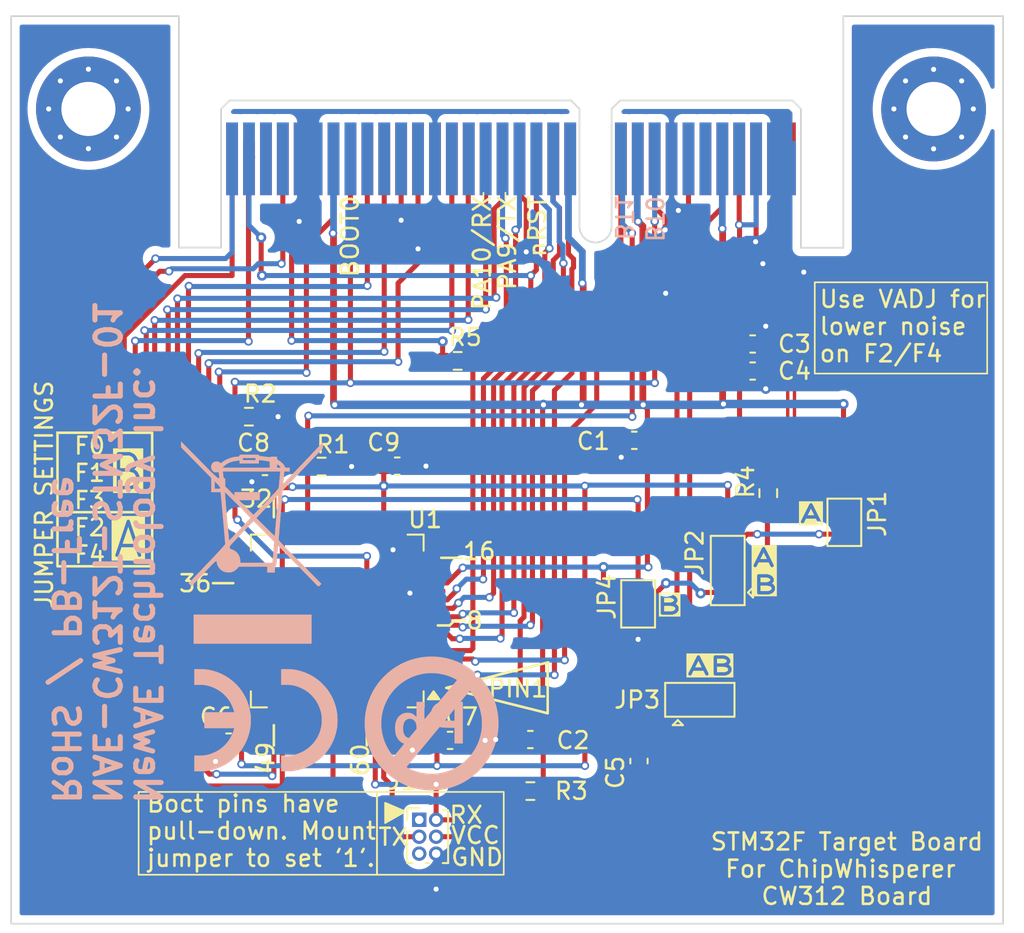
<source format=kicad_pcb>
(kicad_pcb (version 20240108) (generator "pcbnew") (generator_version "8.0")
  (layers (0 "F.Cu" signal) (31 "B.Cu" signal) (34 "B.Paste" user) (35 "F.Paste" user) (36 "B.SilkS" user "B.Silkscreen") (37 "F.SilkS" user "F.Silkscreen") (38 "B.Mask" user) (39 "F.Mask" user) (44 "Edge.Cuts" user))
  (net 0 "")
  (net 1 "VCC")
  (net 2 "GND")
  (net 3 "/FILT_HP")
  (net 4 "Net-(U1B-VDD_1)")
  (net 6 "/CAN RX")
  (net 7 "/CAN TX")
  (net 9 "Net-(U1A-VSS_1)")
  (net 10 "Net-(P1-SHUNTL)")
  (net 11 "Net-(P1-VCC1.2)")
  (net 12 "Net-(P1-FILTIN)")
  (net 13 "/PC3")
  (net 14 "/TX")
  (net 16 "/TDI")
  (net 17 "/BOOT1")
  (net 19 "/PC1")
  (net 20 "/LED2")
  (net 22 "/TCK")
  (net 23 "/nRST")
  (net 24 "/LED3")
  (net 28 "/BOOT0")
  (net 29 "/GPIO3")
  (net 30 "/TRST")
  (net 32 "/CS")
  (net 34 "/PC0")
  (net 36 "/PC2")
  (net 38 "/MISO")
  (net 39 "/LED1")
  (net 40 "/SCK")
  (net 41 "/TMS")
  (net 42 "/MOSI")
  (net 46 "/TDO")
  (net 48 "Net-(P1-CLKOUT)")
  (net 51 "/GPIO4")
  (net 53 "/RX")
  (net 54 "/CLKI")
  (net 75 "/TD0")
  (footprint "Resistor_SMD:R_0603_1608Metric" (layer "F.Cu") (at 125.325 79.25)
    (property "Reference" "R2")
    (property "Value" "10K" (hide yes))
  )
  (footprint "Capacitor_SMD:C_0603_1608Metric" (layer "F.Cu") (at 148.4 99.625 -90)
    (property "Reference" "C5")
    (property "Value" "CAP_100n_50V_0603" (hide yes))
  )
  (footprint "tutorial_2_library:CW312_Template" (layer "F.Cu") (at 115.83 61.045)
    (property "Reference" "P1" (hide yes))
    (property "Value" "PCIEx4 EDGE CONNECTOR" (hide yes))
    (fp_line (start -4.57 -5.49) (end -4.57 48.2) (stroke (width 0.1)) (layer "Edge.Cuts"))
    (fp_line (start 5.35 -5.49) (end -4.57 -5.49) (stroke (width 0.1)) (layer "Edge.Cuts"))
    (fp_line (start 5.35 8.2) (end 5.35 -5.49) (stroke (width 0.1)) (layer "Edge.Cuts"))
    (fp_line (start 7.85 0) (end 8.35 -0.5) (stroke (width 0.1)) (layer "Edge.Cuts"))
    (fp_line (start 7.85 8.2) (end 5.35 8.2) (stroke (width 0.1)) (layer "Edge.Cuts"))
    (fp_line (start 7.85 8.2) (end 7.85 0) (stroke (width 0.1)) (layer "Edge.Cuts"))
    (fp_line (start 28.55 -0.5) (end 8.35 -0.5) (stroke (width 0.1)) (layer "Edge.Cuts"))
    (fp_line (start 29.05 0) (end 28.55 -0.5) (stroke (width 0.1)) (layer "Edge.Cuts"))
    (fp_line (start 29.05 6.95) (end 29.05 0) (stroke (width 0.1)) (layer "Edge.Cuts"))
    (fp_line (start 30.95 0) (end 31.45 -0.5) (stroke (width 0.1)) (layer "Edge.Cuts"))
    (fp_line (start 30.95 6.95) (end 30.95 0) (stroke (width 0.1)) (layer "Edge.Cuts"))
    (fp_line (start 41.65 -0.5) (end 31.45 -0.5) (stroke (width 0.1)) (layer "Edge.Cuts"))
    (fp_line (start 42.15 0) (end 41.65 -0.5) (stroke (width 0.1)) (layer "Edge.Cuts"))
    (fp_line (start 42.15 8.21) (end 42.15 0) (stroke (width 0.1)) (layer "Edge.Cuts"))
    (fp_line (start 42.15 8.21) (end 44.66 8.21) (stroke (width 0.1)) (layer "Edge.Cuts"))
    (fp_line (start 44.66 -5.49) (end 54.11 -5.49) (stroke (width 0.1)) (layer "Edge.Cuts"))
    (fp_line (start 44.66 8.21) (end 44.66 -5.49) (stroke (width 0.1)) (layer "Edge.Cuts"))
    (fp_line (start 54.11 -5.49) (end 54.11 48.2) (stroke (width 0.1)) (layer "Edge.Cuts"))
    (fp_line (start 54.11 48.2) (end -4.57 48.2) (stroke (width 0.1)) (layer "Edge.Cuts"))
    (fp_arc (start 30.95 6.95) (mid 30 7.9) (end 29.05 6.95) (stroke (width 0.1)) (layer "Edge.Cuts"))
  )
  (footprint "Resistor_SMD:R_0603_1608Metric" (layer "F.Cu") (at 156.05 83.775 90)
    (property "Reference" "R4")
    (property "Value" "22R_0603" (hide yes))
  )
  (footprint "Jumper:SolderJumper-2_P1.3mm_Open_Pad1.0x1.5mm" (layer "F.Cu") (at 160.55 85.5 90)
    (property "Reference" "JP1")
    (property "Value" "~")
  )
  (footprint "Package_QFP:TQFP-64_10x10mm_P0.5mm" (layer "F.Cu") (at 130.55 91.3375 180)
    (property "Reference" "U1")
    (property "Value" "STM32F100RBT6B" (hide yes))
  )
  (footprint "Jumper:SolderJumper-2_P1.3mm_Open_Pad1.0x1.5mm" (layer "F.Cu") (at 148.35 90.325 90)
    (property "Reference" "JP4")
    (property "Value" "~")
  )
  (footprint "Capacitor_SMD:C_0603_1608Metric" (layer "F.Cu") (at 155.125 74.95)
    (property "Reference" "C3")
    (property "Value" "CAP_2u2_16V_0603" (hide yes))
  )
  (footprint "Capacitor_SMD:C_0603_1608Metric" (layer "F.Cu") (at 141.975 98.35 180)
    (property "Reference" "C2")
    (property "Value" "CAP_100n_50V_0603" (hide yes))
  )
  (footprint "Silkscrren_Symbols:Pb_Free_8.0x8.0mm_SilkScreen" (layer "F.Cu") (at 135.4 97.4)
    (property "Reference" "PCB3" (hide yes))
    (property "Value" "Pb_Free" (hide yes))
  )
  (footprint "Resistor_SMD:R_0603_1608Metric" (layer "F.Cu") (at 141.975 101.4)
    (property "Reference" "R3")
    (property "Value" "10K" (hide yes))
  )
  (footprint "Capacitor_SMD:C_0603_1608Metric" (layer "F.Cu") (at 155.125 76.55)
    (property "Reference" "C4")
    (property "Value" "CAP_100n_50V_0603" (hide yes))
  )
  (footprint "Silkscrren_Symbols:CE-Logo_8.5x6mm_SilkScreen" (layer "F.Cu") (at 126.332909 97.200791)
    (property "Reference" "PCB1" (hide yes))
    (property "Value" "CE" (hide yes))
  )
  (footprint "Capacitor_SMD:C_0603_1608Metric" (layer "F.Cu") (at 148.125 80.65 180)
    (property "Reference" "C1")
    (property "Value" "CAP_100n_50V_0603" (hide yes))
  )
  (footprint "Resistor_SMD:R_0603_1608Metric" (layer "F.Cu") (at 137.675 75.95)
    (property "Reference" "R5")
    (property "Value" "51R_0603" (hide yes))
  )
  (footprint "Jumper:SolderJumper-3_P1.3mm_Bridged2Bar12_Pad1.0x1.5mm" (layer "F.Cu") (at 153.65 88.35 90)
    (property "Reference" "JP2")
    (property "Value" "~")
  )
  (footprint "Capacitor_SMD:C_0603_1608Metric" (layer "F.Cu") (at 126.275 82.2 180)
    (property "Reference" "C8")
    (property "Value" "CAP_100n_50V_0603" (hide yes))
  )
  (footprint "Resistor_SMD:R_0603_1608Metric" (layer "F.Cu") (at 129.625 82.2)
    (property "Reference" "R1")
    (property "Value" "10K" (hide yes))
  )
  (footprint "Connector_PinHeader_1.00mm:PinHeader_2x03_P1.00mm_Vertical" (layer "F.Cu") (at 135.4 103.1)
    (property "Reference" "J1")
    (property "Value" "HDR_6_2.54" (hide yes))
  )
  (footprint "Capacitor_SMD:C_0603_1608Metric" (layer "F.Cu") (at 137.225 98.4)
    (property "Reference" "C7")
    (property "Value" "CAP_100n_50V_0603" (hide yes))
  )
  (footprint "Capacitor_SMD:C_0603_1608Metric" (layer "F.Cu") (at 124.125 98.5 180)
    (property "Reference" "C6")
    (property "Value" "CAP_100n_50V_0603" (hide yes))
  )
  (footprint "Capacitor_SMD:C_0603_1608Metric" (layer "F.Cu") (at 134.1 82.175)
    (property "Reference" "C9")
    (property "Value" "CAP_100n_50V_0603" (hide yes))
  )
  (footprint "Silkscrren_Symbols:WEEE-Logo_8.4x12mm_SilkScreen" (layer "F.Cu") (at 124.232909 86.700791)
    (property "Reference" "PCB2" (hide yes))
    (property "Value" "WEEE" (hide yes))
  )
  (footprint "Jumper:SolderJumper-3_P1.3mm_Bridged2Bar12_Pad1.0x1.5mm" (layer "F.Cu") (at 152 96)
    (property "Reference" "JP3")
    (property "Value" "~" (hide yes))
  )
  (gr_line (start 125.6 63.9) (end 125.2 64.3) (stroke (width 0.2)) (layer "B.Cu") (net 23))
  (gr_line (start 137.5 91.3) (end 138.1 91.3) (stroke (width 0.153)) (layer "F.SilkS"))
  (gr_line (start 126.8 83.999999) (end 126.8 85.200001) (stroke (width 0.153)) (layer "F.SilkS"))
  (gr_rect (start 114 80.2) (end 119.6 88.1) (stroke (width 0.153)) (fill none) (layer "F.SilkS"))
  (gr_line (start 136.5 91.6) (end 137.2 91.6) (stroke (width 0.153)) (layer "F.SilkS"))
  (gr_line (start 136.7 87.6) (end 137.9 87.6) (stroke (width 0.153)) (layer "F.SilkS"))
  (gr_poly (pts (xy 143 96.8) (xy 143 93.795673) (xy 143.033146 93.784599) (xy 137 95.292885) (xy 142.552941 96.681121)) (stroke (width 0.153)) (fill none) (layer "F.SilkS"))
  (gr_line (start 132.3 98.7) (end 132.3 97.5) (stroke (width 0.153)) (layer "F.SilkS"))
  (gr_line (start 123.2 89.1) (end 124.4 89.1) (stroke (width 0.153)) (layer "F.SilkS"))
  (gr_line (start 114 84.9) (end 119.6 84.9) (stroke (width 0.153)) (layer "F.SilkS"))
  (gr_line (start 140.5 66) (end 140.5 66.4) (stroke (width 0.1)) (layer "F.SilkS"))
  (gr_rect (start 158.8 71.3) (end 169 76.7) (stroke (width 0.1)) (fill none) (layer "F.SilkS"))
  (gr_line (start 139.2 66) (end 139.2 66.4) (stroke (width 0.1)) (layer "F.SilkS"))
  (gr_line (start 137.2 91.6) (end 137.48786 91.31214) (stroke (width 0.153)) (layer "F.SilkS"))
  (gr_rect (start 118.8 101.45) (end 132.9 106.35) (stroke (width 0.1)) (fill none) (layer "F.SilkS"))
  (gr_rect (start 132.9 101.45) (end 140.4 106.35) (stroke (width 0.1)) (fill none) (layer "F.SilkS"))
  (gr_poly (pts (xy 134.582758 102.606897) (xy 133.382759 103.292611) (xy 133.382759 102.092611)) (stroke (width 0.1)) (fill solid) (layer "F.SilkS"))
  (gr_line (start 126.8 98.7) (end 126.8 97.5) (stroke (width 0.153)) (layer "F.SilkS"))
  (gr_text "BT0\n\n\n" (at 145.5 66.1 270) (layer "B.SilkS") (effects (font (size 1 1) (thickness 0.153)) (justify right bottom mirror)))
  (gr_text "NewAE Technology Inc.\nNAE-CW312T-STM32F-01\nRoHS / PB-Free" (at 113.6 102.3 270) (layer "B.SilkS") (effects (font (size 1.5 1.5) (thickness 0.3) (bold yes)) (justify left bottom mirror)))
  (gr_text "BT1\n\n\n" (at 143.7 66 270) (layer "B.SilkS") (effects (font (size 1 1) (thickness 0.153)) (justify right bottom mirror)))
  (gr_text "VCC\n" (at 137.2 104.6 0) (layer "F.SilkS") (effects (font (size 1 1) (thickness 0.153)) (justify left bottom)))
  (gr_text "36" (at 121.1 89.7 0) (layer "F.SilkS") (effects (font (size 1 1) (thickness 0.153)) (justify left bottom)))
  (gr_text "BOOT0\n\n" (at 133.5 71.090476 90) (layer "F.SilkS") (effects (font (size 1 1) (thickness 0.153)) (justify left bottom)))
  (gr_text "JUMPER SETTINGS\n" (at 113.8 90.7 90) (layer "F.SilkS") (effects (font (size 1 1) (thickness 0.153)) (justify left bottom)))
  (gr_text "32" (at 124.7 84.7 0) (layer "F.SilkS") (effects (font (size 1 1) (thickness 0.153)) (justify left bottom)))
  (gr_text "nRST\n\n\n" (at 146.2 69.9 90) (layer "F.SilkS") (effects (font (size 1 1) (thickness 0.153)) (justify left bottom)))
  (gr_text "B" (at 117 83.7 0) (layer "F.SilkS" knockout) (effects (font (size 2 2) (thickness 0.2) (bold yes)) (justify left bottom)))
  (gr_text "F0\nF1\nF3\nF2\nF4" (at 114.9 88 0) (layer "F.SilkS") (effects (font (size 1 1) (thickness 0.153)) (justify left bottom)))
  (gr_text "49" (at 126.9 100.5 90) (layer "F.SilkS") (effects (font (size 1 1) (thickness 0.153)) (justify left bottom)))
  (gr_text "60" (at 132.5 100.6 90) (layer "F.SilkS") (effects (font (size 1 1) (thickness 0.153)) (justify left bottom)))
  (gr_text "PIN1\n" (at 139.400001 95.925842 0) (layer "F.SilkS") (effects (font (size 1 1) (thickness 0.153)) (justify left bottom)))
  (gr_text "TX\n" (at 132.9 104.7 0) (layer "F.SilkS") (effects (font (size 1 1) (thickness 0.153)) (justify left bottom)))
  (gr_text "B\n" (at 149.3 91 0) (layer "F.SilkS" knockout) (effects (font (size 1 1.5) (thickness 0.2)) (justify left bottom)))
  (gr_text " AB \n" (at 150 94.6 0) (layer "F.SilkS" knockout) (effects (font (size 1 1.5) (thickness 0.2)) (justify left bottom)))
  (gr_text "8" (at 138.1 91.9 0) (layer "F.SilkS") (effects (font (size 1 1) (thickness 0.153)) (justify left bottom)))
  (gr_text "GND\n" (at 137.2 105.9 0) (layer "F.SilkS") (effects (font (size 1 1) (thickness 0.153)) (justify left bottom)))
  (gr_text "PA10/RX\n" (at 139.7 73.042857 90) (layer "F.SilkS") (effects (font (size 1 1) (thickness 0.153)) (justify left bottom)))
  (gr_text "Boct pins have \npull-down. Mount \njumper to set '1'." (at 119.2 105.95 0) (layer "F.SilkS") (effects (font (size 1 1) (thickness 0.153)) (justify left bottom)))
  (gr_text "STM32F Target Board\nFor ChipWhisperer \nCW312 Board\n" (at 160.7 108.2 0) (layer "F.SilkS") (effects (font (size 1 1) (thickness 0.153)) (justify bottom)))
  (gr_text "A\nB\n" (at 155 89.8 0) (layer "F.SilkS" knockout) (effects (font (size 1 1.5) (thickness 0.2)) (justify left bottom)))
  (gr_text "PA9/TX\n" (at 141.2 71.852381 90) (layer "F.SilkS") (effects (font (size 1 1) (thickness 0.153)) (justify left bottom)))
  (gr_text "Use VADJ for \nlower noise \non F2/F4" (at 159 76.1 0) (layer "F.SilkS") (effects (font (size 1 1) (thickness 0.153)) (justify left bottom)))
  (gr_text "16" (at 137.9 87.8 0) (layer "F.SilkS") (effects (font (size 1 1) (thickness 0.153)) (justify left bottom)))
  (gr_text "A" (at 157.8 85.6 0) (layer "F.SilkS" knockout) (effects (font (size 1 1.5) (thickness 0.2)) (justify left bottom)))
  (gr_text "A" (at 117.2 87.7 0) (layer "F.SilkS" knockout) (effects (font (size 2 2) (thickness 0.2)) (justify left bottom)))
  (gr_text "RX" (at 137.1 103.4 0) (layer "F.SilkS") (effects (font (size 1 1) (thickness 0.153)) (justify left bottom)))
  (segment (start 142.7 98.4) (end 142.75 98.35) (width 0.3) (layer "F.Cu") (net 1))
  (segment (start 145 78.55) (end 145.1 78.45) (width 0.4) (layer "F.Cu") (net 1))
  (segment (start 153.35 68.15) (end 153.33 68.13) (width 0.4) (layer "F.Cu") (net 1))
  (segment (start 145.1 78.45) (end 145.1 71.4) (width 0.4) (layer "F.Cu") (net 1))
  (segment (start 137.973733 88.193032) (end 137.947588 88.193032) (width 0.3) (layer "F.Cu") (net 1))
  (segment (start 137.05312 89.0875) (end 136.2125 89.0875) (width 0.3) (layer "F.Cu") (net 1))
  (segment (start 137.947588 88.193032) (end 137.05312 89.0875) (width 0.3) (layer "F.Cu") (net 1))
  (segment (start 146.3 88.15) (end 146.3 98.85) (width 0.3) (layer "F.Cu") (net 1))
  (segment (start 146.3 98.85) (end 148.4 98.85) (width 0.3) (layer "F.Cu") (net 1))
  (segment (start 148.9 88.1) (end 148.9 80.65) (width 0.3) (layer "F.Cu") (net 1))
  (segment (start 148.4 98.85) (end 153.3 98.85) (width 0.3) (layer "F.Cu") (net 1))
  (segment (start 142.7 78.6) (end 142.7 98.3) (width 0.3) (layer "F.Cu") (net 1))
  (segment (start 142.8 98.3) (end 142.75 98.35) (width 0.3) (layer "F.Cu") (net 1))
  (segment (start 148.63 78.53) (end 148.63 67.98) (width 0.4) (layer "F.Cu") (net 1))
  (segment (start 148.63 67.98) (end 148.35 67.7) (width 0.4) (layer "F.Cu") (net 1))
  (segment (start 130.4 78.55) (end 130.33 78.48) (width 0.4) (layer "F.Cu") (net 1))
  (segment (start 160.5 78.5) (end 160.5 84.8) (width 0.3) (layer "F.Cu") (net 1))
  (segment (start 142.75 78.55) (end 142.7 78.6) (width 0.3) (layer "F.Cu") (net 1))
  (segment (start 153.35 78.45) (end 153.35 68.15) (width 0.4) (layer "F.Cu") (net 1))
  (segment (start 145.1 71.4) (end 145.05 71.35) (width 0.4) (layer "F.Cu") (net 1))
  (segment (start 130.3 68.4) (end 130.33 68.43) (width 0.3) (layer "F.Cu") (net 1))
  (segment (start 153.4 78.5) (end 153.35 78.45) (width 0.4) (layer "F.Cu") (net 1))
  (segment (start 153.3 98.85) (end 153.3 96) (width 0.3) (layer "F.Cu") (net 1))
  (segment (start 148.65 78.55) (end 148.9 78.8) (width 0.3) (layer "F.Cu") (net 1))
  (segment (start 148.9 78.8) (end 148.9 80.65) (width 0.3) (layer "F.Cu") (net 1))
  (segment (start 142.7 98.3) (end 142.75 98.35) (width 0.3) (layer "F.Cu") (net 1))
  (segment (start 142.8 104.1) (end 142.8 101.4) (width 0.3) (layer "F.Cu") (net 1))
  (segment (start 136.4 104.1) (end 142.8 104.1) (width 0.3) (layer "F.Cu") (net 1))
  (segment (start 160.5 84.8) (end 160.55 84.85) (width 0.3) (layer "F.Cu") (net 1))
  (segment (start 142.7375 101.3375) (end 142.8 101.4) (width 0.3) (layer "F.Cu") (net 1))
  (segment (start 142.7375 98.15) (end 142.7375 101.3375) (width 0.3) (layer "F.Cu") (net 1))
  (segment (start 148.65 78.55) (end 148.63 78.53) (width 0.4) (layer "F.Cu") (net 1))
  (segment (start 130.33 78.48) (end 130.33 68.43) (width 0.4) (layer "F.Cu") (net 1))
  (segment (start 148.95 88.15) (end 148.9 88.1) (width 0.3) (layer "F.Cu") (net 1))
  (via (at 130.4 78.55) (size 0.5) (drill 0.3) (layers "F.Cu" "B.Cu") (net 1))
  (via (at 145 78.55) (size 0.5) (drill 0.3) (layers "F.Cu" "B.Cu") (net 1))
  (via (at 137.973733 88.193032) (size 0.5) (drill 0.3) (layers "F.Cu" "B.Cu") (net 1))
  (via (at 130.3 68.4) (size 0.5) (drill 0.3) (layers "F.Cu" "B.Cu") (net 1))
  (via (at 146.3 88.15) (size 0.6) (drill 0.3) (layers "F.Cu" "B.Cu") (net 1))
  (via (at 145.05 71.35) (size 0.5) (drill 0.3) (layers "F.Cu" "B.Cu") (net 1))
  (via (at 148.65 78.55) (size 0.5) (drill 0.3) (layers "F.Cu" "B.Cu") (net 1))
  (via (at 148.35 67.7) (size 0.5) (drill 0.3) (layers "F.Cu" "B.Cu") (net 1))
  (via (at 153.33 68.13) (size 0.5) (drill 0.3) (layers "F.Cu" "B.Cu") (net 1))
  (via (at 160.5 78.5) (size 0.6) (drill 0.3) (layers "F.Cu" "B.Cu") (net 1))
  (via (at 148.95 88.15) (size 0.5) (drill 0.3) (layers "F.Cu" "B.Cu") (net 1))
  (via (at 153.4 78.5) (size 0.5) (drill 0.3) (layers "F.Cu" "B.Cu") (net 1))
  (via (at 142.75 78.55) (size 0.6) (drill 0.3) (layers "F.Cu" "B.Cu") (net 1))
  (segment (start 138.016765 88.15) (end 137.973733 88.193032) (width 0.3) (layer "B.Cu") (net 1))
  (segment (start 148.3 67.65) (end 148.35 67.7) (width 0.4) (layer "B.Cu") (net 1))
  (segment (start 130.33 63.995) (end 130.33 68.37) (width 0.4) (layer "B.Cu") (net 1))
  (segment (start 142.75 78.55) (end 130.4 78.55) (width 0.5) (layer "B.Cu") (net 1))
  (segment (start 148.3 64.065) (end 148.3 67.65) (width 0.4) (layer "B.Cu") (net 1))
  (segment (start 148.33 63.995) (end 148.35 64.015) (width 0.3) (layer "B.Cu") (net 1))
  (segment (start 148.35 64.015) (end 148.3 64.065) (width 0.4) (layer "B.Cu") (net 1))
  (segment (start 160.5 78.5) (end 153.4 78.5) (width 0.5) (layer "B.Cu") (net 1))
  (segment (start 153.35 78.55) (end 142.75 78.55) (width 0.5) (layer "B.Cu") (net 1))
  (segment (start 144.23 68.670493) (end 144.23 63.995) (width 0.4) (layer "B.Cu") (net 1))
  (segment (start 153.33 63.995) (end 153.33 68.13) (width 0.4) (layer "B.Cu") (net 1))
  (segment (start 130.33 68.37) (end 130.3 68.4) (width 0.3) (layer "B.Cu") (net 1))
  (segment (start 146.3 88.15) (end 138.016765 88.15) (width 0.3) (layer "B.Cu") (net 1))
  (segment (start 148.95 88.15) (end 146.3 88.15) (width 0.3) (layer "B.Cu") (net 1))
  (segment (start 145.05 71.35) (end 145.05 69.490493) (width 0.4) (layer "B.Cu") (net 1))
  (segment (start 145.05 69.490493) (end 144.23 68.670493) (width 0.4) (layer "B.Cu") (net 1))
  (segment (start 153.4 78.5) (end 153.35 78.55) (width 0.5) (layer "B.Cu") (net 1))
  (segment (start 135.33 69.32147) (end 135.33 63.995) (width 0.3) (layer "F.Cu") (net 2))
  (segment (start 147.35 80.65) (end 147.35 81.65) (width 0.2) (layer "F.Cu") (net 2))
  (segment (start 149.95 67.47147) (end 149.33 66.85147) (width 0.3) (layer "F.Cu") (net 2))
  (segment (start 141.33 66.125) (end 141.33 63.995) (width 0.3) (layer "F.Cu") (net 2))
  (segment (start 155.33 63.995) (end 155.33 68.87) (width 0.3) (layer "F.Cu") (net 2))
  (segment (start 134.3 98.919365) (end 133.8 98.419365) (width 0.3) (layer "F.Cu") (net 2))
  (segment (start 149.33 66.85147) (end 149.33 63.995) (width 0.3) (layer "F.Cu") (net 2))
  (segment (start 134.95 89.5875) (end 134.85 89.6875) (width 0.3) (layer "F.Cu") (net 2))
  (segment (start 155.9 76.55) (end 155.9 77.6) (width 0.3) (layer "F.Cu") (net 2))
  (segment (start 141.73 66.525) (end 141.33 66.125) (width 0.3) (layer "F.Cu") (net 2))
  (segment (start 133.8 98.419365) (end 133.8 97) (width 0.3) (layer "F.Cu") (net 2))
  (segment (start 133.8 85.675) (end 133.8 87.075) (width 0.3) (layer "F.Cu") (net 2))
  (segment (start 141.2 98.35) (end 139.925 98.35) (width 0.3) (layer "F.Cu") (net 2))
  (segment (start 141.73 69.5) (end 141.73 66.525) (width 0.3) (layer "F.Cu") (net 2))
  (segment (start 133.8 87.075) (end 133.85 87.125) (width 0.3) (layer "F.Cu") (net 2))
  (segment (start 149.95 71.919999) (end 149.95 68.2) (width 0.3) (layer "F.Cu") (net 2))
  (segment (start 135 98.975) (end 134.944365 98.919365) (width 0.3) (layer "F.Cu") (net 2))
  (segment (start 148.35 90.975) (end 148.35 92.425) (width 0.3) (layer "F.Cu") (net 2))
  (segment (start 126.15 79.25) (end 127.05 79.25) (width 0.2) (layer "F.Cu") (net 2))
  (segment (start 155.9 74.95) (end 155.9 73.9) (width 0.3) (layer "F.Cu") (net 2))
  (segment (start 130.45 82.2) (end 131.4 82.2) (width 0.3) (layer "F.Cu") (net 2))
  (segment (start 149.980001 71.95) (end 149.95 71.919999) (width 0.3) (layer "F.Cu") (net 2))
  (segment (start 136.4 106.5) (end 136.4 107.2) (width 0.3) (layer "F.Cu") (net 2))
  (segment (start 123.35 98.5) (end 123.35 99.65) (width 0.2) (layer "F.Cu") (net 2))
  (segment (start 155.33 68.87) (end 155.3 68.9) (width 0.2) (layer "F.Cu") (net 2))
  (segment (start 138 98.4) (end 139.3 98.4) (width 0.3) (layer "F.Cu") (net 2))
  (segment (start 149.95 68.2) (end 149.95 67.47147) (width 0.3) (layer "F.Cu") (net 2))
  (segment (start 134.875 82.175) (end 135.8 82.175) (width 0.3) (layer "F.Cu") (net 2))
  (segment (start 134.33 67.63) (end 134.33 63.995) (width 0.3) (layer "F.Cu") (net 2))
  (segment (start 134.944365 98.919365) (end 134.3 98.919365) (width 0.3) (layer "F.Cu") (net 2))
  (segment (start 136.4 105.1) (end 136.4 106.5) (width 0.3) (layer "F.Cu") (net 2))
  (segment (start 125.5 82.2) (end 125.5 83.1) (width 0.3) (layer "F.Cu") (net 2))
  (segment (start 136.2125 89.5875) (end 134.95 89.5875) (width 0.3) (layer "F.Cu") (net 2))
  (via (at 125.5 83.1) (size 0.5) (drill 0.3) (layers "F.Cu" "B.Cu") (net 2))
  (via (at 155.3 68.9) (size 0.5) (drill 0.3) (layers "F.Cu" "B.Cu") (net 2))
  (via (at 134.85 89.6875) (size 0.5) (drill 0.3) (layers "F.Cu" "B.Cu") (net 2))
  (via (at 147.35 81.65) (size 0.6) (drill 0.3) (layers "F.Cu" "B.Cu") (net 2))
  (via (at 155.9 73.9) (size 0.6) (drill 0.3) (layers "F.Cu" "B.Cu") (net 2))
  (via (at 135 98.975) (size 0.5) (drill 0.3) (layers "F.Cu" "B.Cu") (net 2))
  (via (at 135.8 82.175) (size 0.5) (drill 0.3) (layers "F.Cu" "B.Cu") (net 2))
  (via (at 135.33 69.32147) (size 0.5) (drill 0.3) (layers "F.Cu" "B.Cu") (net 2))
  (via (at 155.9 77.6) (size 0.6) (drill 0.3) (layers "F.Cu" "B.Cu") (net 2))
  (via (at 139.3 98.4) (size 0.5) (drill 0.3) (layers "F.Cu" "B.Cu") (net 2))
  (via (at 128.3 67.7) (size 0.5) (drill 0.3) (layers "F.Cu" "B.Cu") (net 2))
  (via (at 141.73 69.5) (size 0.5) (drill 0.3) (layers "F.Cu" "B.Cu") (net 2))
  (via (at 150.73 67.05) (size 0.5) (drill 0.3) (layers "F.Cu" "B.Cu") (net 2))
  (via (at 127.05 79.25) (size 0.5) (drill 0.3) (layers "F.Cu" "B.Cu") (net 2))
  (via (at 149.95 68.2) (size 0.5) (drill 0.3) (layers "F.Cu" "B.Cu") (net 2))
  (via (at 149.980001 71.95) (size 0.6) (drill 0.3) (layers "F.Cu" "B.Cu") (net 2))
  (via (at 139.925 98.35) (size 0.5) (drill 0.3) (layers "F.Cu" "B.Cu") (net 2))
  (via (at 136.4 107.2) (size 0.5) (drill 0.3) (layers "F.Cu" "B.Cu") (net 2))
  (via (at 131.4 82.2) (size 0.6) (drill 0.3) (layers "F.Cu" "B.Cu") (net 2))
  (via (at 133.85 87.125) (size 0.5) (drill 0.3) (layers "F.Cu" "B.Cu") (net 2))
  (via (at 148.35 92.425) (size 0.6) (drill 0.3) (layers "F.Cu" "B.Cu") (net 2))
  (via (at 155.73 70.2) (size 0.5) (drill 0.3) (layers "F.Cu" "B.Cu") (net 2))
  (via (at 134.33 67.63) (size 0.5) (drill 0.3) (layers "F.Cu" "B.Cu") (net 2))
  (via (at 123.35 99.65) (size 0.6) (drill 0.3) (layers "F.Cu" "B.Cu") (net 2))
  (via (at 158.15 70.7) (size 0.5) (drill 0.3) (layers "F.Cu" "B.Cu") (net 2))
  (segment (start 158.1 70.7) (end 157.33 69.93) (width 0.2) (layer "B.Cu") (net 2))
  (segment (start 129.4 64.065) (end 129.33 63.995) (width 0.3) (layer "B.Cu") (net 2))
  (segment (start 144.561473 71.95) (end 149.980001 71.95) (width 0.3) (layer "B.Cu") (net 2))
  (segment (start 128.33 67.67) (end 128.33 63.995) (width 0.3) (layer "B.Cu") (net 2))
  (segment (start 155.73 70.2) (end 156.33 69.6) (width 0.3) (layer "B.Cu") (net 2))
  (segment (start 141.73 69.5) (end 142.111473 69.5) (width 0.3) (layer "B.Cu") (net 2))
  (segment (start 156.33 69.6) (end 156.33 63.995) (width 0.3) (layer "B.Cu") (net 2))
  (segment (start 150.73 67.05) (end 150.33 66.65) (width 0.3) (layer "B.Cu") (net 2))
  (segment (start 135.33 67.52) (end 136.33 66.52) (width 0.3) (layer "B.Cu") (net 2))
  (segment (start 150.33 66.65) (end 150.33 63.995) (width 0.3) (layer "B.Cu") (net 2))
  (segment (start 135.40853 69.4) (end 141.63 69.4) (width 0.3) (layer "B.Cu") (net 2))
  (segment (start 141.63 69.4) (end 141.73 69.5) (width 0.3) (layer "B.Cu") (net 2))
  (segment (start 135.33 69.32147) (end 135.40853 69.4) (width 0.3) (layer "B.Cu") (net 2))
  (segment (start 158.15 70.7) (end 158.1 70.7) (width 0.2) (layer "B.Cu") (net 2))
  (segment (start 135.33 69.32147) (end 135.33 67.52) (width 0.3) (layer "B.Cu") (net 2))
  (segment (start 136.33 66.52) (end 136.33 63.995) (width 0.3) (layer "B.Cu") (net 2))
  (segment (start 142.111473 69.5) (end 144.561473 71.95) (width 0.3) (layer "B.Cu") (net 2))
  (segment (start 128.4 67.7) (end 129.33 66.77) (width 0.3) (layer "B.Cu") (net 2))
  (segment (start 157.33 69.93) (end 157.33 64.545) (width 0.2) (layer "B.Cu") (net 2))
  (segment (start 128.3 67.7) (end 128.4 67.7) (width 0.3) (layer "B.Cu") (net 2))
  (segment (start 129.33 66.77) (end 129.33 63.995) (width 0.3) (layer "B.Cu") (net 2))
  (segment (start 128.4 64.065) (end 128.33 63.995) (width 0.3) (layer "B.Cu") (net 2))
  (segment (start 128.3 67.7) (end 128.33 67.67) (width 0.3) (layer "B.Cu") (net 2))
  (segment (start 154.33 67.9) (end 154.33 63.995) (width 0.3) (layer "F.Cu") (net 3))
  (segment (start 156.05 83.55) (end 156.05 82.95) (width 0.2) (layer "F.Cu") (net 3))
  (segment (start 156.4 82.95) (end 156.05 82.95) (width 0.3) (layer "F.Cu") (net 3))
  (segment (start 154.33 67.92) (end 154.35 67.94) (width 0.3) (layer "F.Cu") (net 3))
  (segment (start 154.33 67.9) (end 154.33 67.92) (width 0.3) (layer "F.Cu") (net 3))
  (segment (start 156.05 81.4) (end 156.05 82.95) (width 0.3) (layer "F.Cu") (net 3))
  (segment (start 154.35 74.95) (end 154.35 76.55) (width 0.3) (layer "F.Cu") (net 3))
  (segment (start 157.2 82.6) (end 157.2 83.4) (width 0.2) (layer "F.Cu") (net 3))
  (segment (start 154.35 79.7) (end 154.35 76.55) (width 0.3) (layer "F.Cu") (net 3))
  (segment (start 157.05 83.55) (end 156.05 83.55) (width 0.2) (layer "F.Cu") (net 3))
  (segment (start 156.05 81.4) (end 154.35 79.7) (width 0.3) (layer "F.Cu") (net 3))
  (segment (start 154.35 67.94) (end 154.35 74.95) (width 0.3) (layer "F.Cu") (net 3))
  (segment (start 156.33 63.995) (end 156.33 69.83) (width 0.2) (layer "F.Cu") (net 3))
  (segment (start 156.33 69.83) (end 157.2 70.7) (width 0.2) (layer "F.Cu") (net 3))
  (segment (start 157.2 83.4) (end 157.05 83.55) (width 0.2) (layer "F.Cu") (net 3))
  (segment (start 157.2 70.7) (end 157.2 82.68) (width 0.2) (layer "F.Cu") (net 3))
  (via (at 154.33 67.9) (size 0.5) (drill 0.3) (layers "F.Cu" "B.Cu") (net 3))
  (segment (start 155.33 63.995) (end 155.33 67.9) (width 0.3) (layer "B.Cu") (net 3))
  (segment (start 155.33 67.9) (end 154.33 67.9) (width 0.3) (layer "B.Cu") (net 3))
  (segment (start 127.85 83.45) (end 127.1 83.45) (width 0.3) (layer "F.Cu") (net 4))
  (segment (start 153.65 87.05) (end 153.95 87.05) (width 0.3) (layer "F.Cu") (net 4))
  (segment (start 134.3 98.212259) (end 134.462741 98.375) (width 0.3) (layer "F.Cu") (net 4))
  (segment (start 134.462741 98.375) (end 136.35 98.375) (width 0.3) (layer "F.Cu") (net 4))
  (segment (start 124.8875 99.8) (end 124.8875 95.0875) (width 0.3) (layer "F.Cu") (net 4))
  (segment (start 127.1 83.45) (end 126.8 83.45) (width 0.3) (layer "F.Cu") (net 4))
  (segment (start 159.05 86.2) (end 160.5 86.2) (width 0.3) (layer "F.Cu") (net 4))
  (segment (start 126.8 83.45) (end 126.8 85.675) (width 0.3) (layer "F.Cu") (net 4))
  (segment (start 133.3 83.35) (end 133.3 82.2) (width 0.3) (layer "F.Cu") (net 4))
  (segment (start 145.2 83.35) (end 145.2 99.9) (width 0.3) (layer "F.Cu") (net 4))
  (segment (start 127.05 83.4) (end 127.1 83.45) (width 0.2) (layer "F.Cu") (net 4))
  (segment (start 136.45 99.9) (end 136.45 98.4) (width 0.3) (layer "F.Cu") (net 4))
  (segment (start 133.3 83.35) (end 133.3 85.625) (width 0.3) (layer "F.Cu") (net 4))
  (segment (start 153.65 86.75) (end 153.8 86.9) (width 0.3) (layer "F.Cu") (net 4))
  (segment (start 127.9 83.4) (end 127.85 83.45) (width 0.3) (layer "F.Cu") (net 4))
  (segment (start 127.05 82.2) (end 127.05 83.4) (width 0.3) (layer "F.Cu") (net 4))
  (segment (start 153.95 87.05) (end 154.8 86.2) (width 0.3) (layer "F.Cu") (net 4))
  (segment (start 134.3 97) (end 134.3 98.212259) (width 0.3) (layer "F.Cu") (net 4))
  (segment (start 154.8 86.2) (end 155.4 86.2) (width 0.3) (layer "F.Cu") (net 4))
  (segment (start 153.65 83.3) (end 153.65 86.75) (width 0.3) (layer "F.Cu") (net 4))
  (segment (start 160.5 86.2) (end 160.55 86.15) (width 0.2) (layer "F.Cu") (net 4))
  (segment (start 133.3 82.2) (end 133.325 82.175) (width 0.3) (layer "F.Cu") (net 4))
  (via (at 153.65 83.3) (size 0.5) (drill 0.3) (layers "F.Cu" "B.Cu") (net 4))
  (via (at 133.3 83.35) (size 0.6) (drill 0.3) (layers "F.Cu" "B.Cu") (net 4))
  (via (at 124.8875 99.8) (size 0.5) (drill 0.3) (layers "F.Cu" "B.Cu") (net 4))
  (via (at 127.9 83.4) (size 0.5) (drill 0.3) (layers "F.Cu" "B.Cu") (net 4))
  (via (at 155.4 86.2) (size 0.5) (drill 0.3) (layers "F.Cu" "B.Cu") (net 4))
  (via (at 145.2 99.9) (size 0.5) (drill 0.3) (layers "F.Cu" "B.Cu") (net 4))
  (via (at 136.45 99.9) (size 0.5) (drill 0.3) (layers "F.Cu" "B.Cu") (net 4))
  (via (at 159.05 86.2) (size 0.5) (drill 0.3) (layers "F.Cu" "B.Cu") (net 4))
  (via (at 145.2 83.35) (size 0.5) (drill 0.3) (layers "F.Cu" "B.Cu") (net 4))
  (segment (start 155.4 86.2) (end 159.05 86.2) (width 0.3) (layer "B.Cu") (net 4))
  (segment (start 136.45 99.9) (end 124.9875 99.9) (width 0.3) (layer "B.Cu") (net 4))
  (segment (start 153.65 83.3) (end 145.25 83.3) (width 0.3) (layer "B.Cu") (net 4))
  (segment (start 153.7 83.35) (end 153.65 83.3) (width 0.3) (layer "B.Cu") (net 4))
  (segment (start 145.2 99.9) (end 136.45 99.9) (width 0.3) (layer "B.Cu") (net 4))
  (segment (start 133.3 83.35) (end 133.25 83.4) (width 0.3) (layer "B.Cu") (net 4))
  (segment (start 124.9875 99.9) (end 124.8875 99.8) (width 0.3) (layer "B.Cu") (net 4))
  (segment (start 133.3 83.35) (end 145.2 83.35) (width 0.3) (layer "B.Cu") (net 4))
  (segment (start 133.25 83.4) (end 127.9 83.4) (width 0.3) (layer "B.Cu") (net 4))
  (segment (start 145.25 83.3) (end 145.2 83.35) (width 0.3) (layer "B.Cu") (net 4))
  (segment (start 132.8 101) (end 132.8 97) (width 0.3) (layer "F.Cu") (net 6))
  (segment (start 136.4 103.1) (end 141.15 103.1) (width 0.3) (layer "F.Cu") (net 6))
  (segment (start 141.15 103.1) (end 141.15 101.4) (width 0.3) (layer "F.Cu") (net 6))
  (segment (start 136.4 101) (end 136.4 103.1) (width 0.3) (layer "F.Cu") (net 6))
  (via (at 132.8 101) (size 0.5) (drill 0.3) (layers "F.Cu" "B.Cu") (net 6))
  (via (at 136.4 101) (size 0.5) (drill 0.3) (layers "F.Cu" "B.Cu") (net 6))
  (segment (start 132.8 101) (end 136.4 101) (width 0.3) (layer "B.Cu") (net 6))
  (segment (start 133.3 100.6) (end 133.8 101.1) (width 0.3) (layer "F.Cu") (net 7))
  (segment (start 133.8 101.1) (end 133.8 104.1) (width 0.3) (layer "F.Cu") (net 7))
  (segment (start 133.8 104.1) (end 135.4 104.1) (width 0.3) (layer "F.Cu") (net 7))
  (segment (start 133.3 97) (end 133.3 100.6) (width 0.3) (layer "F.Cu") (net 7))
  (segment (start 148.3 84.15) (end 148.35 84.2) (width 0.3) (layer "F.Cu") (net 9))
  (segment (start 153.35 89.75) (end 153.3 89.7) (width 0.3) (layer "F.Cu") (net 9))
  (segment (start 148.375 89.7) (end 148.35 89.675) (width 0.3) (layer "F.Cu") (net 9))
  (segment (start 127.3 84.3) (end 127.45 84.15) (width 0.3) (layer "F.Cu") (net 9))
  (segment (start 148.35 84.2) (end 148.35 89.475) (width 0.3) (layer "F.Cu") (net 9))
  (segment (start 150 89.1) (end 149.425 89.675) (width 0.3) (layer "F.Cu") (net 9))
  (segment (start 127.3 85.675) (end 127.3 84.3) (width 0.3) (layer "F.Cu") (net 9))
  (segment (start 152.1 89.65) (end 153.65 89.65) (width 0.3) (layer "F.Cu") (net 9))
  (segment (start 153.35 89.65) (end 153.3 89.7) (width 0.3) (layer "F.Cu") (net 9))
  (segment (start 127.3 94.5875) (end 124.8875 94.5875) (width 0.3) (layer "F.Cu") (net 9))
  (segment (start 127.3 85.675) (end 127.3 94.5875) (width 0.3) (layer "F.Cu") (net 9))
  (segment (start 152.05 89.7) (end 152.1 89.65) (width 0.3) (layer "F.Cu") (net 9))
  (segment (start 149.425 89.675) (end 148.35 89.675) (width 0.3) (layer "F.Cu") (net 9))
  (via (at 127.45 84.15) (size 0.5) (drill 0.3) (layers "F.Cu" "B.Cu") (net 9))
  (via (at 150 89.1) (size 0.6) (drill 0.3) (layers "F.Cu" "B.Cu") (net 9))
  (via (at 148.3 84.15) (size 0.5) (drill 0.3) (layers "F.Cu" "B.Cu") (net 9))
  (via (at 152.05 89.7) (size 0.6) (drill 0.3) (layers "F.Cu" "B.Cu") (net 9))
  (segment (start 152.05 89.7) (end 151.45 89.1) (width 0.3) (layer "B.Cu") (net 9))
  (segment (start 148.3 84.15) (end 127.45 84.15) (width 0.3) (layer "B.Cu") (net 9))
  (segment (start 151.45 89.1) (end 150 89.1) (width 0.3) (layer "B.Cu") (net 9))
  (segment (start 156 88.3) (end 156 84.65) (width 0.3) (layer "F.Cu") (net 10))
  (segment (start 157.33 63.995) (end 157.33 69.914314) (width 0.2) (layer "F.Cu") (net 10))
  (segment (start 156.05 83.95) (end 156.05 84.6) (width 0.2) (layer "F.Cu") (net 10))
  (segment (start 157.215686 83.95) (end 156.05 83.95) (width 0.2) (layer "F.Cu") (net 10))
  (segment (start 153.65 88.35) (end 155.95 88.35) (width 0.3) (layer "F.Cu") (net 10))
  (segment (start 155.95 88.35) (end 156 88.3) (width 0.3) (layer "F.Cu") (net 10))
  (segment (start 157.6 83.565686) (end 157.215686 83.95) (width 0.2) (layer "F.Cu") (net 10))
  (segment (start 156 84.65) (end 156.05 84.6) (width 0.3) (layer "F.Cu") (net 10))
  (segment (start 157.33 69.914314) (end 157.6 70.184314) (width 0.2) (layer "F.Cu") (net 10))
  (segment (start 157.6 70.184314) (end 157.6 83.565686) (width 0.2) (layer "F.Cu") (net 10))
  (segment (start 151.33 67.97) (end 151.33 63.995) (width 0.3) (layer "F.Cu") (net 11))
  (segment (start 150.65 68.65) (end 151.33 67.97) (width 0.3) (layer "F.Cu") (net 11))
  (segment (start 150.65 95.75) (end 150.65 68.65) (width 0.3) (layer "F.Cu") (net 11))
  (segment (start 153.33 63.995) (end 153.33 66.87) (width 0.3) (layer "F.Cu") (net 12))
  (segment (start 153.33 66.87) (end 151.4 68.8) (width 0.3) (layer "F.Cu") (net 12))
  (segment (start 151.9 94.6) (end 151.9 95.9) (width 0.3) (layer "F.Cu") (net 12))
  (segment (start 151.4 94.1) (end 151.9 94.6) (width 0.3) (layer "F.Cu") (net 12))
  (segment (start 151.4 68.8) (end 151.4 94.1) (width 0.3) (layer "F.Cu") (net 12))
  (segment (start 139.2 88.836233) (end 139.173733 88.8625) (width 0.3) (layer "F.Cu") (net 13))
  (segment (start 137.623389 89.423389) (end 137.623389 89.517231) (width 0.3) (layer "F.Cu") (net 13))
  (segment (start 140.5 68.7) (end 140.55 68.75) (width 0.3) (layer "F.Cu") (net 13))
  (segment (start 139.2 77) (end 139.2 88.836233) (width 0.3) (layer "F.Cu") (net 13))
  (segment (start 140.55 75.65) (end 139.2 77) (width 0.3) (layer "F.Cu") (net 13))
  (segment (start 137.05312 90.0875) (end 136.2125 90.0875) (width 0.3) (layer "F.Cu") (net 13))
  (segment (start 137.623389 89.517231) (end 137.05312 90.0875) (width 0.3) (layer "F.Cu") (net 13))
  (segment (start 140.55 68.75) (end 140.55 75.65) (width 0.3) (layer "F.Cu") (net 13))
  (via (at 137.623389 89.423389) (size 0.5) (drill 0.3) (layers "F.Cu" "B.Cu") (net 13))
  (via (at 139.173733 88.8625) (size 0.5) (drill 0.3) (layers "F.Cu" "B.Cu") (net 13))
  (via (at 140.5 68.7) (size 0.5) (drill 0.3) (layers "F.Cu" "B.Cu") (net 13))
  (segment (start 139.173733 88.8625) (end 138.184278 88.8625) (width 0.3) (layer "B.Cu") (net 13))
  (segment (start 138.184278 88.8625) (end 137.623389 89.423389) (width 0.3) (layer "B.Cu") (net 13))
  (segment (start 140.33 68.53) (end 140.33 63.995) (width 0.3) (layer "B.Cu") (net 13))
  (segment (start 140.5 68.7) (end 140.33 68.53) (width 0.3) (layer "B.Cu") (net 13))
  (segment (start 121.1 89.875) (end 123.3125 92.0875) (width 0.3) (layer "F.Cu") (net 14))
  (segment (start 139.83 72.08) (end 139.83 66.97) (width 0.3) (layer "F.Cu") (net 14))
  (segment (start 123.3125 92.0875) (end 124.8875 92.0875) (width 0.3) (layer "F.Cu") (net 14))
  (segment (start 140.33 66.47) (end 140.33 63.995) (width 0.3) (layer "F.Cu") (net 14))
  (segment (start 121.100001 72.267767) (end 121.1 72.267768) (width 0.3) (layer "F.Cu") (net 14))
  (segment (start 121.1 72.267768) (end 121.1 89.875) (width 0.3) (layer "F.Cu") (net 14))
  (segment (start 139.95 72.2) (end 139.83 72.08) (width 0.3) (layer "F.Cu") (net 14))
  (segment (start 139.83 66.97) (end 140.33 66.47) (width 0.3) (layer "F.Cu") (net 14))
  (via (at 139.95 72.2) (size 0.5) (drill 0.3) (layers "F.Cu" "B.Cu") (net 14))
  (via (at 121.100001 72.267767) (size 0.5) (drill 0.3) (layers "F.Cu" "B.Cu") (net 14))
  (segment (start 139.95 72.2) (end 139.9 72.25) (width 0.3) (layer "B.Cu") (net 14))
  (segment (start 139.9 72.25) (end 121.117768 72.25) (width 0.3) (layer "B.Cu") (net 14))
  (segment (start 121.117768 72.25) (end 121.100001 72.267767) (width 0.3) (layer "B.Cu") (net 14))
  (segment (start 127.3 97) (end 127.3 101.1) (width 0.3) (layer "F.Cu") (net 16))
  (segment (start 120.05 70.65) (end 120.6 70.65) (width 0.3) (layer "F.Cu") (net 16))
  (segment (start 127.3 101.1) (end 122.8 101.1) (width 0.3) (layer "F.Cu") (net 16))
  (segment (start 116.95 73.75) (end 120.05 70.65) (width 0.3) (layer "F.Cu") (net 16))
  (segment (start 116.95 95.25) (end 116.95 73.75) (width 0.3) (layer "F.Cu") (net 16))
  (segment (start 122.8 101.1) (end 116.95 95.25) (width 0.3) (layer "F.Cu") (net 16))
  (segment (start 127.33 70.12) (end 127.33 63.995) (width 0.3) (layer "F.Cu") (net 16))
  (segment (start 127.25 70.2) (end 127.33 70.12) (width 0.3) (layer "F.Cu") (net 16))
  (via (at 127.25 70.2) (size 0.5) (drill 0.3) (layers "F.Cu" "B.Cu") (net 16))
  (via (at 120.6 70.65) (size 0.5) (drill 0.3) (layers "F.Cu" "B.Cu") (net 16))
  (segment (start 127.25 70.2) (end 125.880761 70.2) (width 0.3) (layer "B.Cu") (net 16))
  (segment (start 125.580761 70.5) (end 120.75 70.5) (width 0.3) (layer "B.Cu") (net 16))
  (segment (start 125.880761 70.2) (end 125.580761 70.5) (width 0.3) (layer "B.Cu") (net 16))
  (segment (start 120.75 70.5) (end 120.6 70.65) (width 0.3) (layer "B.Cu") (net 16))
  (segment (start 128.85 79.2) (end 128.825 79.225) (width 0.3) (layer "F.Cu") (net 17))
  (segment (start 148 68.417128) (end 147.98 68.397128) (width 0.3) (layer "F.Cu") (net 17))
  (segment (start 148 79.25) (end 148 68.417128) (width 0.3) (layer "F.Cu") (net 17))
  (segment (start 128.85 79.2) (end 128.8 79.25) (width 0.3) (layer "F.Cu") (net 17))
  (segment (start 128.8 79.25) (end 128.8 85.675) (width 0.3) (layer "F.Cu") (net 17))
  (via (at 128.85 79.2) (size 0.5) (drill 0.3) (layers "F.Cu" "B.Cu") (net 17))
  (via (at 147.98 68.397128) (size 0.5) (drill 0.3) (layers "F.Cu" "B.Cu") (net 17))
  (via (at 148 79.25) (size 0.5) (drill 0.3) (layers "F.Cu" "B.Cu") (net 17))
  (segment (start 148 79.25) (end 147.95 79.2) (width 0.3) (layer "B.Cu") (net 17))
  (segment (start 147.43 67.847128) (end 147.43 64.095) (width 0.3) (layer "B.Cu") (net 17))
  (segment (start 147.95 79.2) (end 128.85 79.2) (width 0.3) (layer "B.Cu") (net 17))
  (segment (start 147.98 68.397128) (end 147.43 67.847128) (width 0.3) (layer "B.Cu") (net 17))
  (segment (start 142.83 69.559326) (end 142.83 75.577106) (width 0.3) (layer "F.Cu") (net 19))
  (segment (start 141 77.407106) (end 141 90.854193) (width 0.3) (layer "F.Cu") (net 19))
  (segment (start 142.83 75.577106) (end 141 77.407106) (width 0.3) (layer "F.Cu") (net 19))
  (segment (start 137.973733 90.921805) (end 137.808038 91.0875) (width 0.3) (layer "F.Cu") (net 19))
  (segment (start 135.85 91.0875) (end 136.35 91.0875) (width 0.3) (layer "F.Cu") (net 19))
  (segment (start 143.1 69.289326) (end 142.83 69.559326) (width 0.3) (layer "F.Cu") (net 19))
  (segment (start 137.808038 91.0875) (end 136.2125 91.0875) (width 0.3) (layer "F.Cu") (net 19))
  (segment (start 136.2125 91.0875) (end 135.85 91.0875) (width 0.3) (layer "F.Cu") (net 19))
  (via (at 141 90.854193) (size 0.5) (drill 0.3) (layers "F.Cu" "B.Cu") (net 19))
  (via (at 143.1 69.289326) (size 0.5) (drill 0.3) (layers "F.Cu" "B.Cu") (net 19))
  (via (at 137.973733 90.921805) (size 0.5) (drill 0.3) (layers "F.Cu" "B.Cu") (net 19))
  (segment (start 143.1 67.007106) (end 142.33 66.237106) (width 0.3) (layer "B.Cu") (net 19))
  (segment (start 137.973733 90.921805) (end 138.041345 90.854193) (width 0.3) (layer "B.Cu") (net 19))
  (segment (start 138.041345 90.854193) (end 141 90.854193) (width 0.3) (layer "B.Cu") (net 19))
  (segment (start 142.33 66.237106) (end 142.33 63.995) (width 0.3) (layer "B.Cu") (net 19))
  (segment (start 143.1 69.289326) (end 143.1 67.007106) (width 0.3) (layer "B.Cu") (net 19))
  (segment (start 138.749997 94.625) (end 138.85 94.524997) (width 0.3) (layer "F.Cu") (net 20))
  (segment (start 143.4 77.7) (end 144.43 76.67) (width 0.3) (layer "F.Cu") (net 20))
  (segment (start 144.23 69.626471) (end 144.23 63.995) (width 0.3) (layer "F.Cu") (net 20))
  (segment (start 137.7125 94.0875) (end 138.25 94.625) (width 0.3) (layer "F.Cu") (net 20))
  (segment (start 138.25 94.625) (end 138.749997 94.625) (width 0.3) (layer "F.Cu") (net 20))
  (segment (start 144.53 70.423529) (end 144.53 69.926471) (width 0.3) (layer "F.Cu") (net 20))
  (segment (start 144.43 76.67) (end 144.43 70.523529) (width 0.3) (layer "F.Cu") (net 20))
  (segment (start 144.43 70.523529) (end 144.53 70.423529) (width 0.3) (layer "F.Cu") (net 20))
  (segment (start 143.4 94.525) (end 143.4 77.7) (width 0.3) (layer "F.Cu") (net 20))
  (segment (start 144.53 69.926471) (end 144.23 69.626471) (width 0.3) (layer "F.Cu") (net 20))
  (segment (start 136.2125 94.0875) (end 137.7125 94.0875) (width 0.3) (layer "F.Cu") (net 20))
  (via (at 143.4 94.525) (size 0.5) (drill 0.3) (layers "F.Cu" "B.Cu") (net 20))
  (via (at 138.85 94.524997) (size 0.5) (drill 0.3) (layers "F.Cu" "B.Cu") (net 20))
  (segment (start 138.850003 94.525) (end 138.85 94.524997) (width 0.3) (layer "B.Cu") (net 20))
  (segment (start 143.4 94.525) (end 138.850003 94.525) (width 0.3) (layer "B.Cu") (net 20))
  (segment (start 124.33 70.9) (end 124.33 63.995) (width 0.3) (layer "F.Cu") (net 22))
  (segment (start 122.997793 100.397793) (end 117.950001 95.350001) (width 0.3) (layer "F.Cu") (net 22))
  (segment (start 123.407523 100.397793) (end 122.997793 100.397793) (width 0.3) (layer "F.Cu") (net 22))
  (segment (start 126.8 100.4) (end 126.8 97) (width 0.3) (layer "F.Cu") (net 22))
  (segment (start 117.950001 74.498526) (end 121.548527 70.9) (width 0.3) (layer "F.Cu") (net 22))
  (segment (start 121.548527 70.9) (end 124.33 70.9) (width 0.3) (layer "F.Cu") (net 22))
  (segment (start 126.7 100.5) (end 126.8 100.4) (width 0.3) (layer "F.Cu") (net 22))
  (segment (start 117.950001 95.350001) (end 117.950001 74.498526) (width 0.3) (layer "F.Cu") (net 22))
  (via (at 126.7 100.5) (size 0.5) (drill 0.3) (layers "F.Cu" "B.Cu") (net 22))
  (via (at 123.407523 100.397793) (size 0.5) (drill 0.3) (layers "F.Cu" "B.Cu") (net 22))
  (segment (start 123.407523 100.397793) (end 123.40973 100.4) (width 0.3) (layer "B.Cu") (net 22))
  (segment (start 123.40973 100.4) (end 126.6 100.4) (width 0.3) (layer "B.Cu") (net 22))
  (segment (start 126.6 100.4) (end 126.7 100.5) (width 0.3) (layer "B.Cu") (net 22))
  (segment (start 142 75.7) (end 142 70.9) (width 0.3) (layer "F.Cu") (net 23))
  (segment (start 142 70.9) (end 142.33 70.57) (width 0.3) (layer "F.Cu") (net 23))
  (segment (start 137.8 92.387503) (end 137.353123 92.387503) (width 0.3) (layer "F.Cu") (net 23))
  (segment (start 137.05312 92.0875) (end 136.2125 92.0875) (width 0.3) (layer "F.Cu") (net 23))
  (segment (start 126.05 68.65) (end 126.05 70.85) (width 0.3) (layer "F.Cu") (net 23))
  (segment (start 140.2 92.366734) (end 140.3 92.266734) (width 0.3) (layer "F.Cu") (net 23))
  (segment (start 137.353123 92.387503) (end 137.05312 92.0875) (width 0.3) (layer "F.Cu") (net 23))
  (segment (start 142.33 70.57) (end 142.33 63.995) (width 0.3) (layer "F.Cu") (net 23))
  (segment (start 126.05 70.85) (end 126.1 70.9) (width 0.3) (layer "F.Cu") (net 23))
  (segment (start 126.05 68.65) (end 126 68.7) (width 0.3) (layer "F.Cu") (net 23))
  (segment (start 140.3 77.4) (end 142 75.7) (width 0.3) (layer "F.Cu") (net 23))
  (segment (start 140.3 92.266734) (end 140.3 77.4) (width 0.3) (layer "F.Cu") (net 23))
  (via (at 140.2 92.366734) (size 0.5) (drill 0.3) (layers "F.Cu" "B.Cu") (net 23))
  (via (at 126.05 68.65) (size 0.6) (drill 0.3) (layers "F.Cu" "B.Cu") (net 23))
  (via (at 126.1 70.9) (size 0.6) (drill 0.3) (layers "F.Cu" "B.Cu") (net 23))
  (via (at 137.8 92.387503) (size 0.5) (drill 0.3) (layers "F.Cu" "B.Cu") (net 23))
  (via (at 142 70.9) (size 0.5) (drill 0.3) (layers "F.Cu" "B.Cu") (net 23))
  (segment (start 140.2 92.366734) (end 137.820769 92.366734) (width 0.3) (layer "B.Cu") (net 23))
  (segment (start 126.05 68.65) (end 125.33 67.93) (width 0.3) (layer "B.Cu") (net 23))
  (segment (start 137.820769 92.366734) (end 137.8 92.387503) (width 0.3) (layer "B.Cu") (net 23))
  (segment (start 126.1 68.7) (end 126.05 68.65) (width 0.3) (layer "B.Cu") (net 23))
  (segment (start 125.33 67.93) (end 125.33 63.995) (width 0.3) (layer "B.Cu") (net 23))
  (segment (start 126.1 70.9) (end 142 70.9) (width 0.3) (layer "B.Cu") (net 23))
  (segment (start 141.375626 95.35) (end 141.375626 91.327096) (width 0.3) (layer "F.Cu") (net 24))
  (segment (start 143.7 66.9) (end 143.7 69.627182) (width 0.3) (layer "F.Cu") (net 24))
  (segment (start 138.175 95.35) (end 141.375626 95.35) (width 0.3) (layer "F.Cu") (net 24))
  (segment (start 136.2125 94.5875) (end 137.4125 94.5875) (width 0.3) (layer "F.Cu") (net 24))
  (segment (start 143.33 69.997182) (end 143.33 75.784212) (width 0.3) (layer "F.Cu") (net 24))
  (segment (start 143.33 66.53) (end 143.7 66.9) (width 0.3) (layer "F.Cu") (net 24))
  (segment (start 137.4125 94.5875) (end 138.175 95.35) (width 0.3) (layer "F.Cu") (net 24))
  (segment (start 141.6 91.102722) (end 141.6 77.514212) (width 0.3) (layer "F.Cu") (net 24))
  (segment (start 141.6 77.514212) (end 143.33 75.784212) (width 0.3) (layer "F.Cu") (net 24))
  (segment (start 143.33 63.995) (end 143.33 66.53) (width 0.3) (layer "F.Cu") (net 24))
  (segment (start 143.7 69.627182) (end 143.33 69.997182) (width 0.3) (layer "F.Cu") (net 24))
  (segment (start 141.375626 91.327096) (end 141.6 91.102722) (width 0.3) (layer "F.Cu") (net 24))
  (segment (start 149.330001 77.25) (end 149.330001 67.7) (width 0.3) (layer "F.Cu") (net 28))
  (segment (start 131.33 77.25) (end 131.33 63.995) (width 0.3) (layer "F.Cu") (net 28))
  (segment (start 132.3 87.5) (end 132.3 97) (width 0.3) (layer "F.Cu") (net 28))
  (segment (start 124.5 85.2) (end 124.65 85.35) (width 0.3) (layer "F.Cu") (net 28))
  (segment (start 124.5 77.2) (end 124.5 85.2) (width 0.3) (layer "F.Cu") (net 28))
  (via (at 124.65 85.35) (size 0.5) (drill 0.3) (layers "F.Cu" "B.Cu") (net 28))
  (via (at 124.5 77.2) (size 0.5) (drill 0.3) (layers "F.Cu" "B.Cu") (net 28))
  (via (at 132.3 87.5) (size 0.5) (drill 0.3) (layers "F.Cu" "B.Cu") (net 28))
  (via (at 149.330001 67.7) (size 0.5) (drill 0.3) (layers "F.Cu" "B.Cu") (net 28))
  (via (at 149.330001 77.25) (size 0.5) (drill 0.3) (layers "F.Cu" "B.Cu") (net 28))
  (via (at 131.33 77.25) (size 0.5) (drill 0.3) (layers "F.Cu" "B.Cu") (net 28))
  (segment (start 149.330001 77.25) (end 131.33 77.25) (width 0.3) (layer "B.Cu") (net 28))
  (segment (start 149.33 67.699999) (end 149.33 63.995) (width 0.3) (layer "B.Cu") (net 28))
  (segment (start 131.33 77.25) (end 124.55 77.25) (width 0.3) (layer "B.Cu") (net 28))
  (segment (start 124.55 77.25) (end 124.5 77.2) (width 0.3) (layer "B.Cu") (net 28))
  (segment (start 124.65 85.35) (end 126.8 87.5) (width 0.3) (layer "B.Cu") (net 28))
  (segment (start 126.8 87.5) (end 132.3 87.5) (width 0.3) (layer "B.Cu") (net 28))
  (segment (start 149.330001 67.7) (end 149.33 67.699999) (width 0.3) (layer "B.Cu") (net 28))
  (segment (start 122.086976 93.0875) (end 124.8875 93.0875) (width 0.3) (layer "F.Cu") (net 29))
  (segment (start 119.75 90.750524) (end 122.086976 93.0875) (width 0.3) (layer "F.Cu") (net 29))
  (segment (start 119.75 73.547056) (end 119.75 90.750524) (width 0.3) (layer "F.Cu") (net 29))
  (segment (start 138.3 64.025) (end 138.33 63.995) (width 0.3) (layer "F.Cu") (net 29))
  (segment (start 138.3 73.517767) (end 138.3 64.025) (width 0.3) (layer "F.Cu") (net 29))
  (via (at 138.3 73.517767) (size 0.5) (drill 0.3) (layers "F.Cu" "B.Cu") (net 29))
  (via (at 119.75 73.547056) (size 0.5) (drill 0.3) (layers "F.Cu" "B.Cu") (net 29))
  (segment (start 138.267767 73.55) (end 119.752944 73.55) (width 0.3) (layer "B.Cu") (net 29))
  (segment (start 138.3 73.517767) (end 138.267767 73.55) (width 0.3) (layer "B.Cu") (net 29))
  (segment (start 119.752944 73.55) (end 119.75 73.547056) (width 0.3) (layer "B.Cu") (net 29))
  (segment (start 130.2 101.6) (end 130.3 101.5) (width 0.3) (layer "F.Cu") (net 30))
  (segment (start 130.3 101.5) (end 130.3 97) (width 0.3) (layer "F.Cu") (net 30))
  (segment (start 116.45 95.457107) (end 122.592893 101.6) (width 0.3) (layer "F.Cu") (net 30))
  (segment (start 122.592893 101.6) (end 130.2 101.6) (width 0.3) (layer "F.Cu") (net 30))
  (segment (start 119.8 69.9) (end 116.45 73.25) (width 0.3) (layer "F.Cu") (net 30))
  (segment (start 116.45 73.25) (end 116.45 95.457107) (width 0.3) (layer "F.Cu") (net 30))
  (via (at 119.8 69.9) (size 0.5) (drill 0.3) (layers "F.Cu" "B.Cu") (net 30))
  (segment (start 119.805 69.895) (end 123.949239 69.895) (width 0.3) (layer "B.Cu") (net 30))
  (segment (start 123.949239 69.895) (end 124.33 69.514239) (width 0.3) (layer "B.Cu") (net 30))
  (segment (start 124.33 69.514239) (end 124.33 63.995) (width 0.3) (layer "B.Cu") (net 30))
  (segment (start 119.8 69.9) (end 119.805 69.895) (width 0.3) (layer "B.Cu") (net 30))
  (segment (start 123.6 76.65) (end 123.6 87.15) (width 0.3) (layer "F.Cu") (net 32))
  (segment (start 123.6 87.15) (end 124.0375 87.5875) (width 0.3) (layer "F.Cu") (net 32))
  (segment (start 124.0375 87.5875) (end 124.8875 87.5875) (width 0.3) (layer "F.Cu") (net 32))
  (segment (start 128.725 69.126471) (end 130.33 67.521471) (width 0.3) (layer "F.Cu") (net 32))
  (segment (start 128.725 76.65) (end 128.725 69.126471) (width 0.3) (layer "F.Cu") (net 32))
  (segment (start 130.33 67.521471) (end 130.33 63.995) (width 0.3) (layer "F.Cu") (net 32))
  (segment (start 123.55 76.6) (end 123.6 76.65) (width 0.3) (layer "F.Cu") (net 32))
  (via (at 123.55 76.6) (size 0.5) (drill 0.3) (layers "F.Cu" "B.Cu") (net 32))
  (via (at 128.725 76.65) (size 0.5) (drill 0.3) (layers "F.Cu" "B.Cu") (net 32))
  (segment (start 128.675 76.6) (end 123.55 76.6) (width 0.3) (layer "B.Cu") (net 32))
  (segment (start 128.725 76.65) (end 128.675 76.6) (width 0.3) (layer "B.Cu") (net 32))
  (segment (start 137.821903 91.709403) (end 137.973734 91.709403) (width 0.2) (layer "F.Cu") (net 34))
  (segment (start 143.93 70.175) (end 143.93 75.891318) (width 0.3) (layer "F.Cu") (net 34))
  (segment (start 137.7 91.5875) (end 137.821903 91.709403) (width 0.2) (layer "F.Cu") (net 34))
  (segment (start 143.93 75.891318) (end 142.1 77.721318) (width 0.3) (layer "F.Cu") (net 34))
  (segment (start 142.1 91.451252) (end 141.975626 91.575626) (width 0.3) (layer "F.Cu") (net 34))
  (segment (start 142.1 77.721318) (end 142.1 91.451252) (width 0.3) (layer "F.Cu") (net 34))
  (segment (start 136.2125 91.5875) (end 137.7 91.5875) (width 0.3) (layer "F.Cu") (net 34))
  (via (at 143.93 70.175) (size 0.5) (drill 0.3) (layers "F.Cu" "B.Cu") (net 34))
  (via (at 137.973734 91.709403) (size 0.5) (drill 0.3) (layers "F.Cu" "B.Cu") (net 34))
  (via (at 141.975626 91.575626) (size 0.5) (drill 0.3) (layers "F.Cu" "B.Cu") (net 34))
  (segment (start 143.3 66.5) (end 143.3 64.025) (width 0.3) (layer "B.Cu") (net 34))
  (segment (start 143.68 66.88) (end 143.3 66.5) (width 0.3) (layer "B.Cu") (net 34))
  (segment (start 143.68 68.898311) (end 143.68 66.88) (width 0.3) (layer "B.Cu") (net 34))
  (segment (start 143.4 64.065) (end 143.33 63.995) (width 0.3) (layer "B.Cu") (net 34))
  (segment (start 143.93 70.175) (end 143.9 70.145) (width 0.3) (layer "B.Cu") (net 34))
  (segment (start 143.9 70.145) (end 143.9 69.118311) (width 0.3) (layer "B.Cu") (net 34))
  (segment (start 138.033137 91.65) (end 141.901252 91.65) (width 0.3) (layer "B.Cu") (net 34))
  (segment (start 143.3 64.025) (end 143.33 63.995) (width 0.3) (layer "B.Cu") (net 34))
  (segment (start 143.9 69.118311) (end 143.68 68.898311) (width 0.3) (layer "B.Cu") (net 34))
  (segment (start 137.973734 91.709403) (end 138.033137 91.65) (width 0.3) (layer "B.Cu") (net 34))
  (segment (start 141.901252 91.65) (end 141.975626 91.575626) (width 0.3) (layer "B.Cu") (net 34))
  (segment (start 137.40165 90.5875) (end 136.2125 90.5875) (width 0.3) (layer "F.Cu") (net 36))
  (segment (start 139.8 89.689147) (end 139.55 89.939147) (width 0.3) (layer "F.Cu") (net 36))
  (segment (start 139.8 77.107106) (end 139.8 89.689147) (width 0.3) (layer "F.Cu") (net 36))
  (segment (start 141.1 75.807106) (end 139.8 77.107106) (width 0.3) (layer "F.Cu") (net 36))
  (segment (start 141.1 68.2) (end 141.1 75.807106) (width 0.3) (layer "F.Cu") (net 36))
  (segment (start 137.719575 90.269575) (end 137.40165 90.5875) (width 0.3) (layer "F.Cu") (net 36))
  (via (at 141.1 68.2) (size 0.5) (drill 0.3) (layers "F.Cu" "B.Cu") (net 36))
  (via (at 139.55 89.939147) (size 0.5) (drill 0.3) (layers "F.Cu" "B.Cu") (net 36))
  (via (at 137.719575 90.269575) (size 0.5) (drill 0.3) (layers "F.Cu" "B.Cu") (net 36))
  (segment (start 141.53 64.195) (end 141.33 63.995) (width 0.3) (layer "B.Cu") (net 36))
  (segment (start 139.55 89.939147) (end 138.050003 89.939147) (width 0.3) (layer "B.Cu") (net 36))
  (segment (start 141.1 68.2) (end 141.33 67.97) (width 0.3) (layer "B.Cu") (net 36))
  (segment (start 141.33 67.97) (end 141.33 63.995) (width 0.3) (layer "B.Cu") (net 36))
  (segment (start 138.050003 89.939147) (end 137.719575 90.269575) (width 0.3) (layer "B.Cu") (net 36))
  (segment (start 122.35 87.825) (end 123.1125 88.5875) (width 0.3) (layer "F.Cu") (net 38))
  (segment (start 123.1125 88.5875) (end 124.8875 88.5875) (width 0.3) (layer "F.Cu") (net 38))
  (segment (start 133.33 75.4) (end 133.33 63.995) (width 0.3) (layer "F.Cu") (net 38))
  (segment (start 122.35 75.5) (end 122.35 87.825) (width 0.3) (layer "F.Cu") (net 38))
  (via (at 122.35 75.5) (size 0.5) (drill 0.3) (layers "F.Cu" "B.Cu") (net 38))
  (via (at 133.33 75.4) (size 0.5) (drill 0.3) (layers "F.Cu" "B.Cu") (net 38))
  (segment (start 133.33 75.4) (end 133.28 75.45) (width 0.3) (layer "B.Cu") (net 38))
  (segment (start 133.28 75.45) (end 122.4 75.45) (width 0.3) (layer "B.Cu") (net 38))
  (segment (start 122.4 75.45) (end 122.35 75.5) (width 0.3) (layer "B.Cu") (net 38))
  (segment (start 147.33 68.65) (end 147.33 68.5) (width 0.1) (layer "F.Cu") (net 39))
  (segment (start 144 80.4) (end 145.9 78.5) (width 0.3) (layer "F.Cu") (net 39))
  (segment (start 138.71848 93.73588) (end 138.5701 93.5875) (width 0.3) (layer "F.Cu") (net 39))
  (segment (start 145.9 78.5) (end 145.9 72.3) (width 0.3) (layer "F.Cu") (net 39))
  (segment (start 147.33 63.995) (end 147.33 68.65) (width 0.3) (layer "F.Cu") (net 39))
  (segment (start 138.5701 93.5875) (end 136.2125 93.5875) (width 0.3) (layer "F.Cu") (net 39))
  (segment (start 145.9 72.3) (end 147.33 70.87) (width 0.3) (layer "F.Cu") (net 39))
  (segment (start 147.33 70.87) (end 147.33 68.65) (width 0.3) (layer "F.Cu") (net 39))
  (segment (start 144 93.65) (end 144 80.4) (width 0.3) (layer "F.Cu") (net 39))
  (via (at 144 93.65) (size 0.5) (drill 0.3) (layers "F.Cu" "B.Cu") (net 39))
  (via (at 138.71848 93.73588) (size 0.5) (drill 0.3) (layers "F.Cu" "B.Cu") (net 39))
  (segment (start 138.80436 93.65) (end 138.71848 93.73588) (width 0.3) (layer "B.Cu") (net 39))
  (segment (start 144 93.65) (end 138.80436 93.65) (width 0.3) (layer "B.Cu") (net 39))
  (segment (start 122.95 76.1) (end 122.95 87.45507) (width 0.3) (layer "F.Cu") (net 40))
  (segment (start 123.58243 88.0875) (end 124.8875 88.0875) (width 0.3) (layer "F.Cu") (net 40))
  (segment (start 134.15 71.35) (end 136.33 69.17) (width 0.3) (layer "F.Cu") (net 40))
  (segment (start 122.95 87.45507) (end 123.58243 88.0875) (width 0.3) (layer "F.Cu") (net 40))
  (segment (start 134.15 76) (end 134.15 71.35) (width 0.3) (layer "F.Cu") (net 40))
  (segment (start 136.33 69.17) (end 136.33 63.995) (width 0.3) (layer "F.Cu") (net 40))
  (via (at 122.95 76.1) (size 0.5) (drill 0.3) (layers "F.Cu" "B.Cu") (net 40))
  (via (at 134.15 76) (size 0.5) (drill 0.3) (layers "F.Cu" "B.Cu") (net 40))
  (segment (start 123.05 76) (end 122.95 76.1) (width 0.3) (layer "B.Cu") (net 40))
  (segment (start 134.15 76) (end 123.05 76) (width 0.3) (layer "B.Cu") (net 40))
  (segment (start 118.6 74.767767) (end 118.6 91.014738) (width 0.3) (layer "F.Cu") (net 41))
  (segment (start 125.3 74.797057) (end 125.3 64.575) (width 0.3) (layer "F.Cu") (net 41))
  (segment (start 121.672762 94.0875) (end 124.8875 94.0875) (width 0.3) (layer "F.Cu") (net 41))
  (segment (start 125.3 64.575) (end 125.33 64.545) (width 0.3) (layer "F.Cu") (net 41))
  (segment (start 118.6 91.014738) (end 121.672762 94.0875) (width 0.3) (layer "F.Cu") (net 41))
  (via (at 125.3 74.797057) (size 0.5) (drill 0.3) (layers "F.Cu" "B.Cu") (net 41))
  (via (at 118.6 74.767767) (size 0.5) (drill 0.3) (layers "F.Cu" "B.Cu") (net 41))
  (segment (start 118.617767 74.75) (end 118.6 74.767767) (width 0.3) (layer "B.Cu") (net 41))
  (segment (start 125.252943 74.75) (end 118.617767 74.75) (width 0.3) (layer "B.Cu") (net 41))
  (segment (start 125.3 74.797057) (end 125.252943 74.75) (width 0.3) (layer "B.Cu") (net 41))
  (segment (start 121.75 71.547058) (end 121.75 87.932106) (width 0.3) (layer "F.Cu") (net 42))
  (segment (start 132.33 71.5) (end 132.33 63.995) (width 0.3) (layer "F.Cu") (net 42))
  (segment (start 121.773529 71.523529) (end 121.75 71.547058) (width 0.3) (layer "F.Cu") (net 42))
  (segment (start 122.905394 89.0875) (end 124.8875 89.0875) (width 0.3) (layer "F.Cu") (net 42))
  (segment (start 121.75 87.932106) (end 122.905394 89.0875) (width 0.3) (layer "F.Cu") (net 42))
  (via (at 121.773529 71.523529) (size 0.5) (drill 0.3) (layers "F.Cu" "B.Cu") (net 42))
  (via (at 132.33 71.5) (size 0.5) (drill 0.3) (layers "F.Cu" "B.Cu") (net 42))
  (segment (start 132.33 71.5) (end 132.28 71.55) (width 0.3) (layer "B.Cu") (net 42))
  (segment (start 132.28 71.55) (end 121.8 71.55) (width 0.3) (layer "B.Cu") (net 42))
  (segment (start 121.8 71.55) (end 121.773529 71.523529) (width 0.3) (layer "B.Cu") (net 42))
  (segment (start 127.85 68.998529) (end 129.33 67.518529) (width 0.3) (layer "F.Cu") (net 48))
  (segment (start 136.784453 74.797057) (end 136.784453 75.884453) (width 0.3) (layer "F.Cu") (net 48))
  (segment (start 136.784453 75.884453) (end 136.85 75.95) (width 0.3) (layer "F.Cu") (net 48))
  (segment (start 129.33 67.518529) (end 129.33 63.995) (width 0.3) (layer "F.Cu") (net 48))
  (segment (start 127.85 74.747057) (end 127.85 68.998529) (width 0.3) (layer "F.Cu") (net 48))
  (via (at 127.85 74.747057) (size 0.5) (drill 0.3) (layers "F.Cu" "B.Cu") (net 48))
  (via (at 136.784453 74.797057) (size 0.6) (drill 0.3) (layers "F.Cu" "B.Cu") (net 48))
  (segment (start 136.784453 74.797057) (end 136.737396 74.75) (width 0.3) (layer "B.Cu") (net 48))
  (segment (start 127.852943 74.75) (end 127.85 74.747057) (width 0.3) (layer "B.Cu") (net 48))
  (segment (start 136.737396 74.75) (end 127.852943 74.75) (width 0.3) (layer "B.Cu") (net 48))
  (segment (start 119.25 90.957631) (end 121.879869 93.5875) (width 0.3) (layer "F.Cu") (net 51))
  (segment (start 121.879869 93.5875) (end 124.8875 93.5875) (width 0.3) (layer "F.Cu") (net 51))
  (segment (start 119.15 74.147057) (end 119.25 74.247057) (width 0.3) (layer "F.Cu") (net 51))
  (segment (start 137.33 74.15) (end 137.33 63.995) (width 0.3) (layer "F.Cu") (net 51))
  (segment (start 119.25 74.247057) (end 119.25 90.957631) (width 0.3) (layer "F.Cu") (net 51))
  (via (at 137.33 74.15) (size 0.5) (drill 0.3) (layers "F.Cu" "B.Cu") (net 51))
  (via (at 119.15 74.147057) (size 0.5) (drill 0.3) (layers "F.Cu" "B.Cu") (net 51))
  (segment (start 137.327057 74.147057) (end 119.15 74.147057) (width 0.3) (layer "B.Cu") (net 51))
  (segment (start 137.33 74.15) (end 137.327057 74.147057) (width 0.3) (layer "B.Cu") (net 51))
  (segment (start 120.5 72.917767) (end 120.55 72.967767) (width 0.3) (layer "F.Cu") (net 53))
  (segment (start 139.33 72.9) (end 139.33 63.995) (width 0.3) (layer "F.Cu") (net 53))
  (segment (start 122.63112 92.5875) (end 124.8875 92.5875) (width 0.3) (layer "F.Cu") (net 53))
  (segment (start 120.55 72.967767) (end 120.55 90.50638) (width 0.3) (layer "F.Cu") (net 53))
  (segment (start 120.55 90.50638) (end 122.63112 92.5875) (width 0.3) (layer "F.Cu") (net 53))
  (via (at 139.33 72.9) (size 0.5) (drill 0.3) (layers "F.Cu" "B.Cu") (net 53))
  (via (at 120.5 72.917767) (size 0.5) (drill 0.3) (layers "F.Cu" "B.Cu") (net 53))
  (segment (start 139.33 72.9) (end 139.312233 72.917767) (width 0.3) (layer "B.Cu") (net 53))
  (segment (start 139.312233 72.917767) (end 120.5 72.917767) (width 0.3) (layer "B.Cu") (net 53))
  (segment (start 138.573733 76.023733) (end 138.573733 92.964542) (width 0.3) (layer "F.Cu") (net 54))
  (segment (start 138.450775 93.0875) (end 136.2125 93.0875) (width 0.3) (layer "F.Cu") (net 54))
  (segment (start 138.5 75.95) (end 138.573733 76.023733) (width 0.3) (layer "F.Cu") (net 54))
  (segment (start 138.573733 92.964542) (end 138.450775 93.0875) (width 0.3) (layer "F.Cu") (net 54))
  (zone (net 2) (net_name "GND") (layer "B.Cu") (connect_pads yes (clearance 0.5)) (min_thickness 0.25) (fill yes (thermal_gap 0.5) (thermal_bridge_width 0.5))
    (polygon (pts (xy 110.599272 54.700728) (xy 171.2 54.6) (xy 171.2 109.8) (xy 110.6 109.8) (xy 110.6 54.7)))
  )
)
</source>
